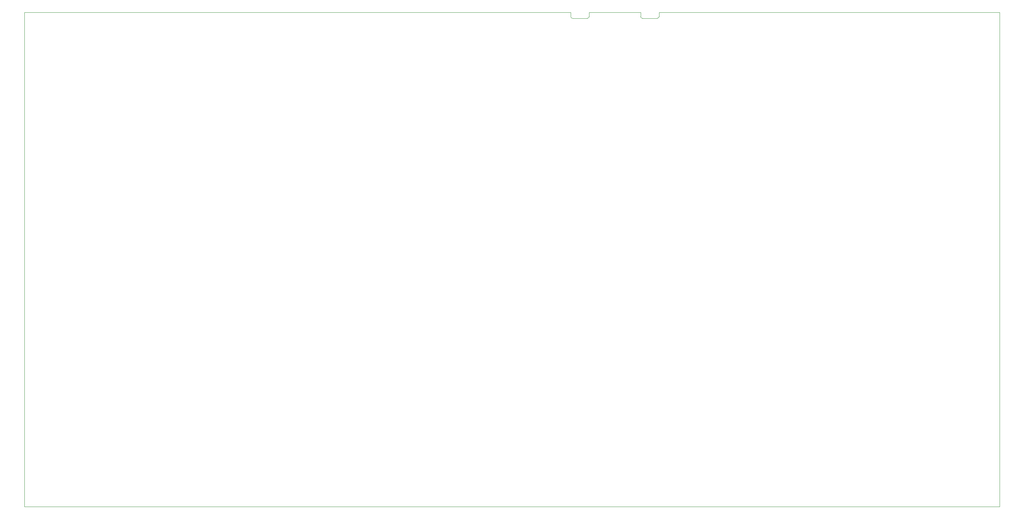
<source format=gbr>
%TF.GenerationSoftware,KiCad,Pcbnew,9.0.0*%
%TF.CreationDate,2026-01-06T01:29:00-05:00*%
%TF.ProjectId,NanoFreak,4e616e6f-4672-4656-916b-2e6b69636164,rev?*%
%TF.SameCoordinates,Original*%
%TF.FileFunction,Profile,NP*%
%FSLAX46Y46*%
G04 Gerber Fmt 4.6, Leading zero omitted, Abs format (unit mm)*
G04 Created by KiCad (PCBNEW 9.0.0) date 2026-01-06 01:29:00*
%MOMM*%
%LPD*%
G01*
G04 APERTURE LIST*
%TA.AperFunction,Profile*%
%ADD10C,0.050000*%
%TD*%
%TA.AperFunction,Profile*%
%ADD11C,0.120000*%
%TD*%
G04 APERTURE END LIST*
D10*
X14500000Y-139500000D02*
X244000000Y-139500000D01*
X244000000Y-21000000D02*
X166730000Y-21000000D01*
X10500000Y-139500000D02*
X14500000Y-139500000D01*
X153730000Y-21000000D02*
X150000000Y-21000000D01*
X137000000Y-21000000D02*
X14500000Y-21000000D01*
X10500000Y-21000000D02*
X10500000Y-139500000D01*
X14500000Y-21000000D02*
X10500000Y-21000000D01*
X244000000Y-139500000D02*
X244000000Y-21000000D01*
D11*
%TO.C,J2*%
X141300000Y-21000000D02*
X137000000Y-21000000D01*
X141300000Y-22000000D02*
X141300000Y-21000000D01*
X141700000Y-22400000D02*
X145300000Y-22400000D01*
X145700000Y-21000000D02*
X150000000Y-21000000D01*
X145700000Y-22000000D02*
X145700000Y-21000000D01*
X141700000Y-22400000D02*
G75*
G02*
X141300000Y-22000000I0J400000D01*
G01*
X145700000Y-22000000D02*
G75*
G02*
X145300000Y-22400000I-400001J1D01*
G01*
%TO.C,J1*%
X158030000Y-21000000D02*
X153730000Y-21000000D01*
X158030000Y-22000000D02*
X158030000Y-21000000D01*
X158430000Y-22400000D02*
X162030000Y-22400000D01*
X162430000Y-21000000D02*
X166730000Y-21000000D01*
X162430000Y-22000000D02*
X162430000Y-21000000D01*
X158430000Y-22400000D02*
G75*
G02*
X158030000Y-22000000I0J400000D01*
G01*
X162430000Y-22000000D02*
G75*
G02*
X162030000Y-22400000I-400001J1D01*
G01*
%TD*%
M02*

</source>
